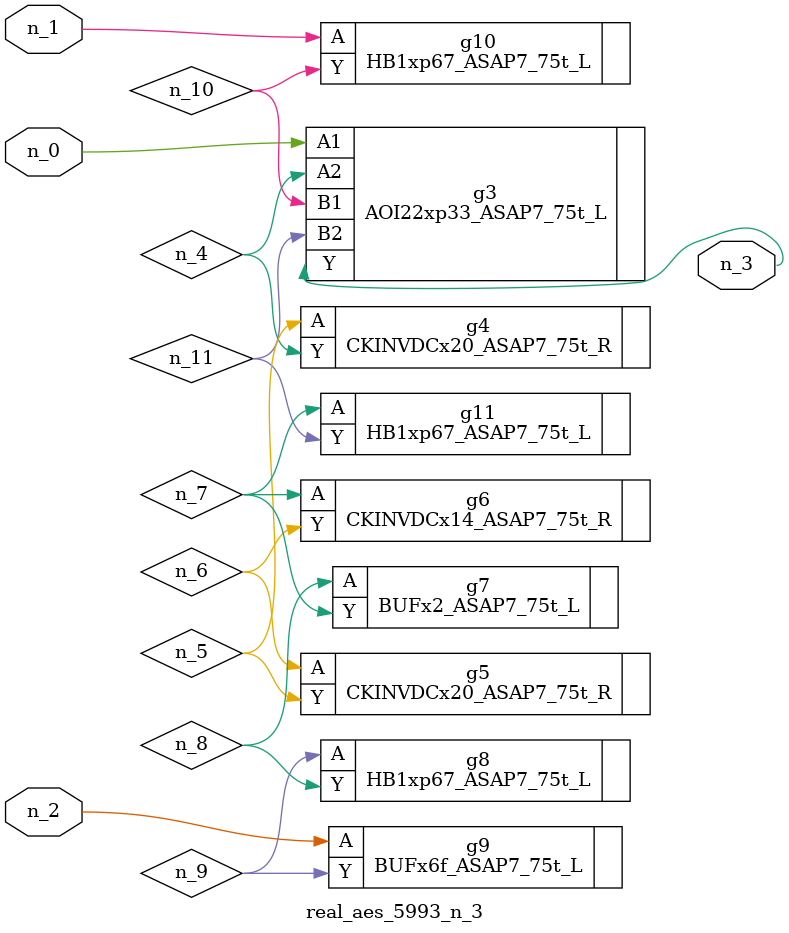
<source format=v>
module real_aes_5993_n_3 (n_0, n_2, n_1, n_3);
input n_0;
input n_2;
input n_1;
output n_3;
wire n_4;
wire n_5;
wire n_7;
wire n_8;
wire n_6;
wire n_9;
wire n_10;
wire n_11;
AOI22xp33_ASAP7_75t_L g3 ( .A1(n_0), .A2(n_4), .B1(n_10), .B2(n_11), .Y(n_3) );
HB1xp67_ASAP7_75t_L g10 ( .A(n_1), .Y(n_10) );
BUFx6f_ASAP7_75t_L g9 ( .A(n_2), .Y(n_9) );
CKINVDCx20_ASAP7_75t_R g4 ( .A(n_5), .Y(n_4) );
CKINVDCx20_ASAP7_75t_R g5 ( .A(n_6), .Y(n_5) );
CKINVDCx14_ASAP7_75t_R g6 ( .A(n_7), .Y(n_6) );
HB1xp67_ASAP7_75t_L g11 ( .A(n_7), .Y(n_11) );
BUFx2_ASAP7_75t_L g7 ( .A(n_8), .Y(n_7) );
HB1xp67_ASAP7_75t_L g8 ( .A(n_9), .Y(n_8) );
endmodule
</source>
